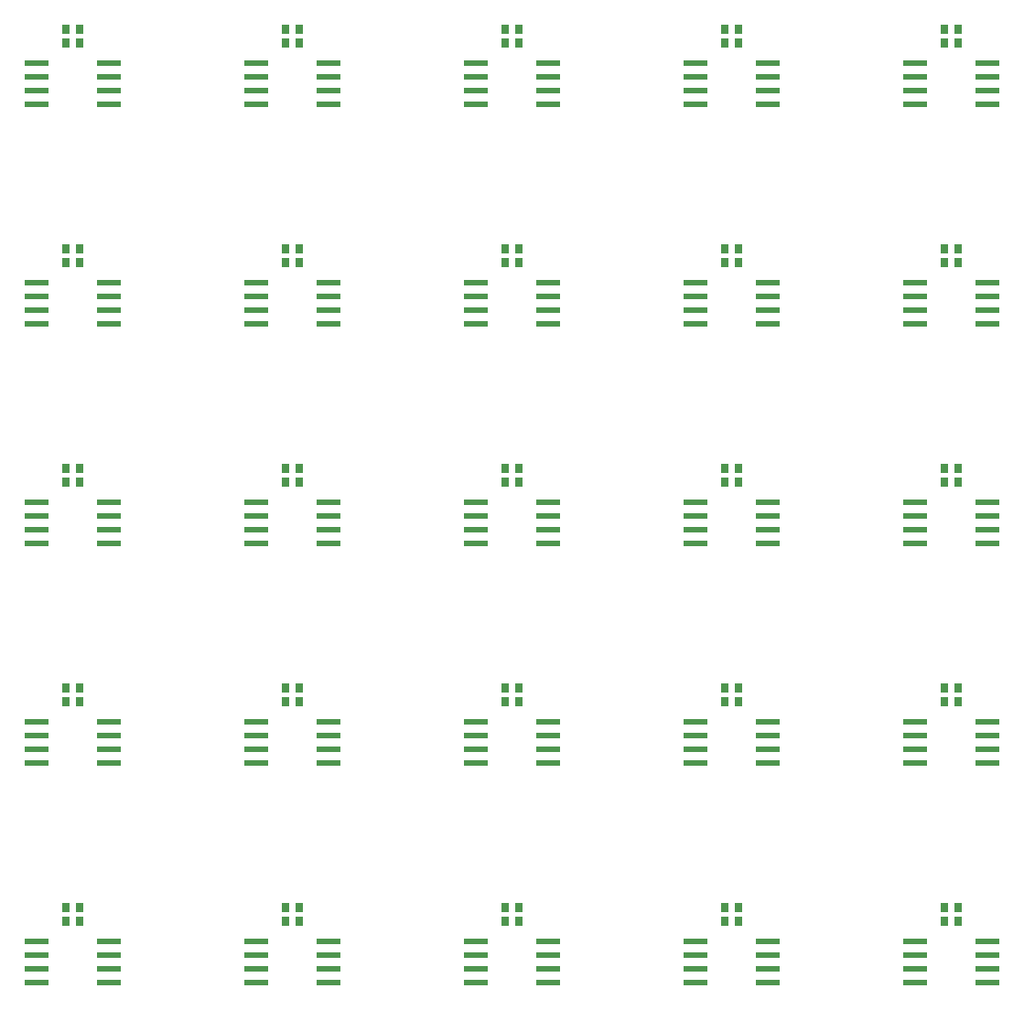
<source format=gtp>
G75*
G70*
%OFA0B0*%
%FSLAX24Y24*%
%IPPOS*%
%LPD*%
%AMOC8*
5,1,8,0,0,1.08239X$1,22.5*
%
%ADD10R,0.0870X0.0240*%
%ADD11R,0.0276X0.0354*%
D10*
X004410Y004990D03*
X004410Y005490D03*
X004410Y005990D03*
X004410Y006490D03*
X007060Y006490D03*
X007060Y005990D03*
X007060Y005490D03*
X007060Y004990D03*
X012410Y004990D03*
X012410Y005490D03*
X012410Y005990D03*
X012410Y006490D03*
X015060Y006490D03*
X015060Y005990D03*
X015060Y005490D03*
X015060Y004990D03*
X020410Y004990D03*
X020410Y005490D03*
X020410Y005990D03*
X020410Y006490D03*
X023060Y006490D03*
X023060Y005990D03*
X023060Y005490D03*
X023060Y004990D03*
X028410Y004990D03*
X028410Y005490D03*
X028410Y005990D03*
X028410Y006490D03*
X031060Y006490D03*
X031060Y005990D03*
X031060Y005490D03*
X031060Y004990D03*
X036410Y004990D03*
X036410Y005490D03*
X036410Y005990D03*
X036410Y006490D03*
X039060Y006490D03*
X039060Y005990D03*
X039060Y005490D03*
X039060Y004990D03*
X039060Y012990D03*
X039060Y013490D03*
X039060Y013990D03*
X039060Y014490D03*
X036410Y014490D03*
X036410Y013990D03*
X036410Y013490D03*
X036410Y012990D03*
X031060Y012990D03*
X031060Y013490D03*
X031060Y013990D03*
X031060Y014490D03*
X028410Y014490D03*
X028410Y013990D03*
X028410Y013490D03*
X028410Y012990D03*
X023060Y012990D03*
X023060Y013490D03*
X023060Y013990D03*
X023060Y014490D03*
X020410Y014490D03*
X020410Y013990D03*
X020410Y013490D03*
X020410Y012990D03*
X015060Y012990D03*
X015060Y013490D03*
X015060Y013990D03*
X015060Y014490D03*
X012410Y014490D03*
X012410Y013990D03*
X012410Y013490D03*
X012410Y012990D03*
X007060Y012990D03*
X007060Y013490D03*
X007060Y013990D03*
X007060Y014490D03*
X004410Y014490D03*
X004410Y013990D03*
X004410Y013490D03*
X004410Y012990D03*
X004410Y020990D03*
X004410Y021490D03*
X004410Y021990D03*
X004410Y022490D03*
X007060Y022490D03*
X007060Y021990D03*
X007060Y021490D03*
X007060Y020990D03*
X012410Y020990D03*
X012410Y021490D03*
X012410Y021990D03*
X012410Y022490D03*
X015060Y022490D03*
X015060Y021990D03*
X015060Y021490D03*
X015060Y020990D03*
X020410Y020990D03*
X020410Y021490D03*
X020410Y021990D03*
X020410Y022490D03*
X023060Y022490D03*
X023060Y021990D03*
X023060Y021490D03*
X023060Y020990D03*
X028410Y020990D03*
X028410Y021490D03*
X028410Y021990D03*
X028410Y022490D03*
X031060Y022490D03*
X031060Y021990D03*
X031060Y021490D03*
X031060Y020990D03*
X036410Y020990D03*
X036410Y021490D03*
X036410Y021990D03*
X036410Y022490D03*
X039060Y022490D03*
X039060Y021990D03*
X039060Y021490D03*
X039060Y020990D03*
X039060Y028990D03*
X039060Y029490D03*
X039060Y029990D03*
X039060Y030490D03*
X036410Y030490D03*
X036410Y029990D03*
X036410Y029490D03*
X036410Y028990D03*
X031060Y028990D03*
X031060Y029490D03*
X031060Y029990D03*
X031060Y030490D03*
X028410Y030490D03*
X028410Y029990D03*
X028410Y029490D03*
X028410Y028990D03*
X023060Y028990D03*
X023060Y029490D03*
X023060Y029990D03*
X023060Y030490D03*
X020410Y030490D03*
X020410Y029990D03*
X020410Y029490D03*
X020410Y028990D03*
X015060Y028990D03*
X015060Y029490D03*
X015060Y029990D03*
X015060Y030490D03*
X012410Y030490D03*
X012410Y029990D03*
X012410Y029490D03*
X012410Y028990D03*
X007060Y028990D03*
X007060Y029490D03*
X007060Y029990D03*
X007060Y030490D03*
X004410Y030490D03*
X004410Y029990D03*
X004410Y029490D03*
X004410Y028990D03*
X004410Y036990D03*
X004410Y037490D03*
X004410Y037990D03*
X004410Y038490D03*
X007060Y038490D03*
X007060Y037990D03*
X007060Y037490D03*
X007060Y036990D03*
X012410Y036990D03*
X012410Y037490D03*
X012410Y037990D03*
X012410Y038490D03*
X015060Y038490D03*
X015060Y037990D03*
X015060Y037490D03*
X015060Y036990D03*
X020410Y036990D03*
X020410Y037490D03*
X020410Y037990D03*
X020410Y038490D03*
X023060Y038490D03*
X023060Y037990D03*
X023060Y037490D03*
X023060Y036990D03*
X028410Y036990D03*
X028410Y037490D03*
X028410Y037990D03*
X028410Y038490D03*
X031060Y038490D03*
X031060Y037990D03*
X031060Y037490D03*
X031060Y036990D03*
X036410Y036990D03*
X036410Y037490D03*
X036410Y037990D03*
X036410Y038490D03*
X039060Y038490D03*
X039060Y037990D03*
X039060Y037490D03*
X039060Y036990D03*
D11*
X037996Y039240D03*
X037996Y039740D03*
X037484Y039740D03*
X037484Y039240D03*
X029996Y039240D03*
X029996Y039740D03*
X029484Y039740D03*
X029484Y039240D03*
X021996Y039240D03*
X021996Y039740D03*
X021484Y039740D03*
X021484Y039240D03*
X013996Y039240D03*
X013996Y039740D03*
X013484Y039740D03*
X013484Y039240D03*
X005996Y039240D03*
X005996Y039740D03*
X005484Y039740D03*
X005484Y039240D03*
X005484Y031740D03*
X005484Y031240D03*
X005996Y031240D03*
X005996Y031740D03*
X013484Y031740D03*
X013484Y031240D03*
X013996Y031240D03*
X013996Y031740D03*
X021484Y031740D03*
X021484Y031240D03*
X021996Y031240D03*
X021996Y031740D03*
X029484Y031740D03*
X029484Y031240D03*
X029996Y031240D03*
X029996Y031740D03*
X037484Y031740D03*
X037484Y031240D03*
X037996Y031240D03*
X037996Y031740D03*
X037996Y023740D03*
X037996Y023240D03*
X037484Y023240D03*
X037484Y023740D03*
X029996Y023740D03*
X029996Y023240D03*
X029484Y023240D03*
X029484Y023740D03*
X021996Y023740D03*
X021996Y023240D03*
X021484Y023240D03*
X021484Y023740D03*
X013996Y023740D03*
X013996Y023240D03*
X013484Y023240D03*
X013484Y023740D03*
X005996Y023740D03*
X005996Y023240D03*
X005484Y023240D03*
X005484Y023740D03*
X005484Y015740D03*
X005484Y015240D03*
X005996Y015240D03*
X005996Y015740D03*
X013484Y015740D03*
X013484Y015240D03*
X013996Y015240D03*
X013996Y015740D03*
X021484Y015740D03*
X021484Y015240D03*
X021996Y015240D03*
X021996Y015740D03*
X029484Y015740D03*
X029484Y015240D03*
X029996Y015240D03*
X029996Y015740D03*
X037484Y015740D03*
X037484Y015240D03*
X037996Y015240D03*
X037996Y015740D03*
X037996Y007740D03*
X037996Y007240D03*
X037484Y007240D03*
X037484Y007740D03*
X029996Y007740D03*
X029996Y007240D03*
X029484Y007240D03*
X029484Y007740D03*
X021996Y007740D03*
X021996Y007240D03*
X021484Y007240D03*
X021484Y007740D03*
X013996Y007740D03*
X013996Y007240D03*
X013484Y007240D03*
X013484Y007740D03*
X005996Y007740D03*
X005996Y007240D03*
X005484Y007240D03*
X005484Y007740D03*
M02*

</source>
